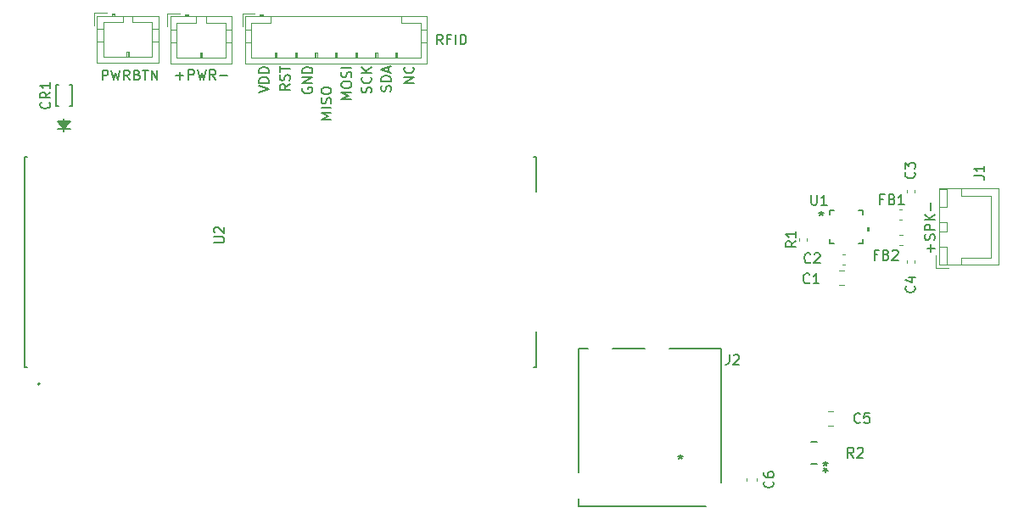
<source format=gbr>
%TF.GenerationSoftware,KiCad,Pcbnew,7.0.11-2.fc38*%
%TF.CreationDate,2024-03-25T20:43:53+00:00*%
%TF.ProjectId,music-box,6d757369-632d-4626-9f78-2e6b69636164,rev?*%
%TF.SameCoordinates,Original*%
%TF.FileFunction,Legend,Top*%
%TF.FilePolarity,Positive*%
%FSLAX46Y46*%
G04 Gerber Fmt 4.6, Leading zero omitted, Abs format (unit mm)*
G04 Created by KiCad (PCBNEW 7.0.11-2.fc38) date 2024-03-25 20:43:53*
%MOMM*%
%LPD*%
G01*
G04 APERTURE LIST*
%ADD10C,0.150000*%
%ADD11C,0.120000*%
%ADD12C,0.152400*%
%ADD13C,0.127000*%
%ADD14C,0.200000*%
G04 APERTURE END LIST*
D10*
X138942200Y-108146077D02*
X138989819Y-108003220D01*
X138989819Y-108003220D02*
X138989819Y-107765125D01*
X138989819Y-107765125D02*
X138942200Y-107669887D01*
X138942200Y-107669887D02*
X138894580Y-107622268D01*
X138894580Y-107622268D02*
X138799342Y-107574649D01*
X138799342Y-107574649D02*
X138704104Y-107574649D01*
X138704104Y-107574649D02*
X138608866Y-107622268D01*
X138608866Y-107622268D02*
X138561247Y-107669887D01*
X138561247Y-107669887D02*
X138513628Y-107765125D01*
X138513628Y-107765125D02*
X138466009Y-107955601D01*
X138466009Y-107955601D02*
X138418390Y-108050839D01*
X138418390Y-108050839D02*
X138370771Y-108098458D01*
X138370771Y-108098458D02*
X138275533Y-108146077D01*
X138275533Y-108146077D02*
X138180295Y-108146077D01*
X138180295Y-108146077D02*
X138085057Y-108098458D01*
X138085057Y-108098458D02*
X138037438Y-108050839D01*
X138037438Y-108050839D02*
X137989819Y-107955601D01*
X137989819Y-107955601D02*
X137989819Y-107717506D01*
X137989819Y-107717506D02*
X138037438Y-107574649D01*
X138989819Y-107146077D02*
X137989819Y-107146077D01*
X137989819Y-107146077D02*
X137989819Y-106907982D01*
X137989819Y-106907982D02*
X138037438Y-106765125D01*
X138037438Y-106765125D02*
X138132676Y-106669887D01*
X138132676Y-106669887D02*
X138227914Y-106622268D01*
X138227914Y-106622268D02*
X138418390Y-106574649D01*
X138418390Y-106574649D02*
X138561247Y-106574649D01*
X138561247Y-106574649D02*
X138751723Y-106622268D01*
X138751723Y-106622268D02*
X138846961Y-106669887D01*
X138846961Y-106669887D02*
X138942200Y-106765125D01*
X138942200Y-106765125D02*
X138989819Y-106907982D01*
X138989819Y-106907982D02*
X138989819Y-107146077D01*
X138704104Y-106193696D02*
X138704104Y-105717506D01*
X138989819Y-106288934D02*
X137989819Y-105955601D01*
X137989819Y-105955601D02*
X138989819Y-105622268D01*
X136982200Y-108288934D02*
X137029819Y-108146077D01*
X137029819Y-108146077D02*
X137029819Y-107907982D01*
X137029819Y-107907982D02*
X136982200Y-107812744D01*
X136982200Y-107812744D02*
X136934580Y-107765125D01*
X136934580Y-107765125D02*
X136839342Y-107717506D01*
X136839342Y-107717506D02*
X136744104Y-107717506D01*
X136744104Y-107717506D02*
X136648866Y-107765125D01*
X136648866Y-107765125D02*
X136601247Y-107812744D01*
X136601247Y-107812744D02*
X136553628Y-107907982D01*
X136553628Y-107907982D02*
X136506009Y-108098458D01*
X136506009Y-108098458D02*
X136458390Y-108193696D01*
X136458390Y-108193696D02*
X136410771Y-108241315D01*
X136410771Y-108241315D02*
X136315533Y-108288934D01*
X136315533Y-108288934D02*
X136220295Y-108288934D01*
X136220295Y-108288934D02*
X136125057Y-108241315D01*
X136125057Y-108241315D02*
X136077438Y-108193696D01*
X136077438Y-108193696D02*
X136029819Y-108098458D01*
X136029819Y-108098458D02*
X136029819Y-107860363D01*
X136029819Y-107860363D02*
X136077438Y-107717506D01*
X136934580Y-106717506D02*
X136982200Y-106765125D01*
X136982200Y-106765125D02*
X137029819Y-106907982D01*
X137029819Y-106907982D02*
X137029819Y-107003220D01*
X137029819Y-107003220D02*
X136982200Y-107146077D01*
X136982200Y-107146077D02*
X136886961Y-107241315D01*
X136886961Y-107241315D02*
X136791723Y-107288934D01*
X136791723Y-107288934D02*
X136601247Y-107336553D01*
X136601247Y-107336553D02*
X136458390Y-107336553D01*
X136458390Y-107336553D02*
X136267914Y-107288934D01*
X136267914Y-107288934D02*
X136172676Y-107241315D01*
X136172676Y-107241315D02*
X136077438Y-107146077D01*
X136077438Y-107146077D02*
X136029819Y-107003220D01*
X136029819Y-107003220D02*
X136029819Y-106907982D01*
X136029819Y-106907982D02*
X136077438Y-106765125D01*
X136077438Y-106765125D02*
X136125057Y-106717506D01*
X137029819Y-106288934D02*
X136029819Y-106288934D01*
X137029819Y-105717506D02*
X136458390Y-106146077D01*
X136029819Y-105717506D02*
X136601247Y-106288934D01*
X141269819Y-107336553D02*
X140269819Y-107336553D01*
X140269819Y-107336553D02*
X141269819Y-106765125D01*
X141269819Y-106765125D02*
X140269819Y-106765125D01*
X141174580Y-105717506D02*
X141222200Y-105765125D01*
X141222200Y-105765125D02*
X141269819Y-105907982D01*
X141269819Y-105907982D02*
X141269819Y-106003220D01*
X141269819Y-106003220D02*
X141222200Y-106146077D01*
X141222200Y-106146077D02*
X141126961Y-106241315D01*
X141126961Y-106241315D02*
X141031723Y-106288934D01*
X141031723Y-106288934D02*
X140841247Y-106336553D01*
X140841247Y-106336553D02*
X140698390Y-106336553D01*
X140698390Y-106336553D02*
X140507914Y-106288934D01*
X140507914Y-106288934D02*
X140412676Y-106241315D01*
X140412676Y-106241315D02*
X140317438Y-106146077D01*
X140317438Y-106146077D02*
X140269819Y-106003220D01*
X140269819Y-106003220D02*
X140269819Y-105907982D01*
X140269819Y-105907982D02*
X140317438Y-105765125D01*
X140317438Y-105765125D02*
X140365057Y-105717506D01*
X125779819Y-108288934D02*
X126779819Y-107955601D01*
X126779819Y-107955601D02*
X125779819Y-107622268D01*
X126779819Y-107288934D02*
X125779819Y-107288934D01*
X125779819Y-107288934D02*
X125779819Y-107050839D01*
X125779819Y-107050839D02*
X125827438Y-106907982D01*
X125827438Y-106907982D02*
X125922676Y-106812744D01*
X125922676Y-106812744D02*
X126017914Y-106765125D01*
X126017914Y-106765125D02*
X126208390Y-106717506D01*
X126208390Y-106717506D02*
X126351247Y-106717506D01*
X126351247Y-106717506D02*
X126541723Y-106765125D01*
X126541723Y-106765125D02*
X126636961Y-106812744D01*
X126636961Y-106812744D02*
X126732200Y-106907982D01*
X126732200Y-106907982D02*
X126779819Y-107050839D01*
X126779819Y-107050839D02*
X126779819Y-107288934D01*
X126779819Y-106288934D02*
X125779819Y-106288934D01*
X125779819Y-106288934D02*
X125779819Y-106050839D01*
X125779819Y-106050839D02*
X125827438Y-105907982D01*
X125827438Y-105907982D02*
X125922676Y-105812744D01*
X125922676Y-105812744D02*
X126017914Y-105765125D01*
X126017914Y-105765125D02*
X126208390Y-105717506D01*
X126208390Y-105717506D02*
X126351247Y-105717506D01*
X126351247Y-105717506D02*
X126541723Y-105765125D01*
X126541723Y-105765125D02*
X126636961Y-105812744D01*
X126636961Y-105812744D02*
X126732200Y-105907982D01*
X126732200Y-105907982D02*
X126779819Y-106050839D01*
X126779819Y-106050839D02*
X126779819Y-106288934D01*
X110166779Y-107019819D02*
X110166779Y-106019819D01*
X110166779Y-106019819D02*
X110547731Y-106019819D01*
X110547731Y-106019819D02*
X110642969Y-106067438D01*
X110642969Y-106067438D02*
X110690588Y-106115057D01*
X110690588Y-106115057D02*
X110738207Y-106210295D01*
X110738207Y-106210295D02*
X110738207Y-106353152D01*
X110738207Y-106353152D02*
X110690588Y-106448390D01*
X110690588Y-106448390D02*
X110642969Y-106496009D01*
X110642969Y-106496009D02*
X110547731Y-106543628D01*
X110547731Y-106543628D02*
X110166779Y-106543628D01*
X111071541Y-106019819D02*
X111309636Y-107019819D01*
X111309636Y-107019819D02*
X111500112Y-106305533D01*
X111500112Y-106305533D02*
X111690588Y-107019819D01*
X111690588Y-107019819D02*
X111928684Y-106019819D01*
X112881064Y-107019819D02*
X112547731Y-106543628D01*
X112309636Y-107019819D02*
X112309636Y-106019819D01*
X112309636Y-106019819D02*
X112690588Y-106019819D01*
X112690588Y-106019819D02*
X112785826Y-106067438D01*
X112785826Y-106067438D02*
X112833445Y-106115057D01*
X112833445Y-106115057D02*
X112881064Y-106210295D01*
X112881064Y-106210295D02*
X112881064Y-106353152D01*
X112881064Y-106353152D02*
X112833445Y-106448390D01*
X112833445Y-106448390D02*
X112785826Y-106496009D01*
X112785826Y-106496009D02*
X112690588Y-106543628D01*
X112690588Y-106543628D02*
X112309636Y-106543628D01*
X113642969Y-106496009D02*
X113785826Y-106543628D01*
X113785826Y-106543628D02*
X113833445Y-106591247D01*
X113833445Y-106591247D02*
X113881064Y-106686485D01*
X113881064Y-106686485D02*
X113881064Y-106829342D01*
X113881064Y-106829342D02*
X113833445Y-106924580D01*
X113833445Y-106924580D02*
X113785826Y-106972200D01*
X113785826Y-106972200D02*
X113690588Y-107019819D01*
X113690588Y-107019819D02*
X113309636Y-107019819D01*
X113309636Y-107019819D02*
X113309636Y-106019819D01*
X113309636Y-106019819D02*
X113642969Y-106019819D01*
X113642969Y-106019819D02*
X113738207Y-106067438D01*
X113738207Y-106067438D02*
X113785826Y-106115057D01*
X113785826Y-106115057D02*
X113833445Y-106210295D01*
X113833445Y-106210295D02*
X113833445Y-106305533D01*
X113833445Y-106305533D02*
X113785826Y-106400771D01*
X113785826Y-106400771D02*
X113738207Y-106448390D01*
X113738207Y-106448390D02*
X113642969Y-106496009D01*
X113642969Y-106496009D02*
X113309636Y-106496009D01*
X114166779Y-106019819D02*
X114738207Y-106019819D01*
X114452493Y-107019819D02*
X114452493Y-106019819D01*
X115071541Y-107019819D02*
X115071541Y-106019819D01*
X115071541Y-106019819D02*
X115642969Y-107019819D01*
X115642969Y-107019819D02*
X115642969Y-106019819D01*
X117516779Y-106608866D02*
X118278684Y-106608866D01*
X117897731Y-106989819D02*
X117897731Y-106227914D01*
X118754874Y-106989819D02*
X118754874Y-105989819D01*
X118754874Y-105989819D02*
X119135826Y-105989819D01*
X119135826Y-105989819D02*
X119231064Y-106037438D01*
X119231064Y-106037438D02*
X119278683Y-106085057D01*
X119278683Y-106085057D02*
X119326302Y-106180295D01*
X119326302Y-106180295D02*
X119326302Y-106323152D01*
X119326302Y-106323152D02*
X119278683Y-106418390D01*
X119278683Y-106418390D02*
X119231064Y-106466009D01*
X119231064Y-106466009D02*
X119135826Y-106513628D01*
X119135826Y-106513628D02*
X118754874Y-106513628D01*
X119659636Y-105989819D02*
X119897731Y-106989819D01*
X119897731Y-106989819D02*
X120088207Y-106275533D01*
X120088207Y-106275533D02*
X120278683Y-106989819D01*
X120278683Y-106989819D02*
X120516779Y-105989819D01*
X121469159Y-106989819D02*
X121135826Y-106513628D01*
X120897731Y-106989819D02*
X120897731Y-105989819D01*
X120897731Y-105989819D02*
X121278683Y-105989819D01*
X121278683Y-105989819D02*
X121373921Y-106037438D01*
X121373921Y-106037438D02*
X121421540Y-106085057D01*
X121421540Y-106085057D02*
X121469159Y-106180295D01*
X121469159Y-106180295D02*
X121469159Y-106323152D01*
X121469159Y-106323152D02*
X121421540Y-106418390D01*
X121421540Y-106418390D02*
X121373921Y-106466009D01*
X121373921Y-106466009D02*
X121278683Y-106513628D01*
X121278683Y-106513628D02*
X120897731Y-106513628D01*
X121897731Y-106608866D02*
X122659636Y-106608866D01*
X192858866Y-124193220D02*
X192858866Y-123431316D01*
X193239819Y-123812268D02*
X192477914Y-123812268D01*
X193192200Y-123002744D02*
X193239819Y-122859887D01*
X193239819Y-122859887D02*
X193239819Y-122621792D01*
X193239819Y-122621792D02*
X193192200Y-122526554D01*
X193192200Y-122526554D02*
X193144580Y-122478935D01*
X193144580Y-122478935D02*
X193049342Y-122431316D01*
X193049342Y-122431316D02*
X192954104Y-122431316D01*
X192954104Y-122431316D02*
X192858866Y-122478935D01*
X192858866Y-122478935D02*
X192811247Y-122526554D01*
X192811247Y-122526554D02*
X192763628Y-122621792D01*
X192763628Y-122621792D02*
X192716009Y-122812268D01*
X192716009Y-122812268D02*
X192668390Y-122907506D01*
X192668390Y-122907506D02*
X192620771Y-122955125D01*
X192620771Y-122955125D02*
X192525533Y-123002744D01*
X192525533Y-123002744D02*
X192430295Y-123002744D01*
X192430295Y-123002744D02*
X192335057Y-122955125D01*
X192335057Y-122955125D02*
X192287438Y-122907506D01*
X192287438Y-122907506D02*
X192239819Y-122812268D01*
X192239819Y-122812268D02*
X192239819Y-122574173D01*
X192239819Y-122574173D02*
X192287438Y-122431316D01*
X193239819Y-122002744D02*
X192239819Y-122002744D01*
X192239819Y-122002744D02*
X192239819Y-121621792D01*
X192239819Y-121621792D02*
X192287438Y-121526554D01*
X192287438Y-121526554D02*
X192335057Y-121478935D01*
X192335057Y-121478935D02*
X192430295Y-121431316D01*
X192430295Y-121431316D02*
X192573152Y-121431316D01*
X192573152Y-121431316D02*
X192668390Y-121478935D01*
X192668390Y-121478935D02*
X192716009Y-121526554D01*
X192716009Y-121526554D02*
X192763628Y-121621792D01*
X192763628Y-121621792D02*
X192763628Y-122002744D01*
X193239819Y-121002744D02*
X192239819Y-121002744D01*
X193239819Y-120431316D02*
X192668390Y-120859887D01*
X192239819Y-120431316D02*
X192811247Y-121002744D01*
X192858866Y-120002744D02*
X192858866Y-119240840D01*
X133009819Y-110943220D02*
X132009819Y-110943220D01*
X132009819Y-110943220D02*
X132724104Y-110609887D01*
X132724104Y-110609887D02*
X132009819Y-110276554D01*
X132009819Y-110276554D02*
X133009819Y-110276554D01*
X133009819Y-109800363D02*
X132009819Y-109800363D01*
X132962200Y-109371792D02*
X133009819Y-109228935D01*
X133009819Y-109228935D02*
X133009819Y-108990840D01*
X133009819Y-108990840D02*
X132962200Y-108895602D01*
X132962200Y-108895602D02*
X132914580Y-108847983D01*
X132914580Y-108847983D02*
X132819342Y-108800364D01*
X132819342Y-108800364D02*
X132724104Y-108800364D01*
X132724104Y-108800364D02*
X132628866Y-108847983D01*
X132628866Y-108847983D02*
X132581247Y-108895602D01*
X132581247Y-108895602D02*
X132533628Y-108990840D01*
X132533628Y-108990840D02*
X132486009Y-109181316D01*
X132486009Y-109181316D02*
X132438390Y-109276554D01*
X132438390Y-109276554D02*
X132390771Y-109324173D01*
X132390771Y-109324173D02*
X132295533Y-109371792D01*
X132295533Y-109371792D02*
X132200295Y-109371792D01*
X132200295Y-109371792D02*
X132105057Y-109324173D01*
X132105057Y-109324173D02*
X132057438Y-109276554D01*
X132057438Y-109276554D02*
X132009819Y-109181316D01*
X132009819Y-109181316D02*
X132009819Y-108943221D01*
X132009819Y-108943221D02*
X132057438Y-108800364D01*
X132009819Y-108181316D02*
X132009819Y-107990840D01*
X132009819Y-107990840D02*
X132057438Y-107895602D01*
X132057438Y-107895602D02*
X132152676Y-107800364D01*
X132152676Y-107800364D02*
X132343152Y-107752745D01*
X132343152Y-107752745D02*
X132676485Y-107752745D01*
X132676485Y-107752745D02*
X132866961Y-107800364D01*
X132866961Y-107800364D02*
X132962200Y-107895602D01*
X132962200Y-107895602D02*
X133009819Y-107990840D01*
X133009819Y-107990840D02*
X133009819Y-108181316D01*
X133009819Y-108181316D02*
X132962200Y-108276554D01*
X132962200Y-108276554D02*
X132866961Y-108371792D01*
X132866961Y-108371792D02*
X132676485Y-108419411D01*
X132676485Y-108419411D02*
X132343152Y-108419411D01*
X132343152Y-108419411D02*
X132152676Y-108371792D01*
X132152676Y-108371792D02*
X132057438Y-108276554D01*
X132057438Y-108276554D02*
X132009819Y-108181316D01*
X135029819Y-108907981D02*
X134029819Y-108907981D01*
X134029819Y-108907981D02*
X134744104Y-108574648D01*
X134744104Y-108574648D02*
X134029819Y-108241315D01*
X134029819Y-108241315D02*
X135029819Y-108241315D01*
X134029819Y-107574648D02*
X134029819Y-107384172D01*
X134029819Y-107384172D02*
X134077438Y-107288934D01*
X134077438Y-107288934D02*
X134172676Y-107193696D01*
X134172676Y-107193696D02*
X134363152Y-107146077D01*
X134363152Y-107146077D02*
X134696485Y-107146077D01*
X134696485Y-107146077D02*
X134886961Y-107193696D01*
X134886961Y-107193696D02*
X134982200Y-107288934D01*
X134982200Y-107288934D02*
X135029819Y-107384172D01*
X135029819Y-107384172D02*
X135029819Y-107574648D01*
X135029819Y-107574648D02*
X134982200Y-107669886D01*
X134982200Y-107669886D02*
X134886961Y-107765124D01*
X134886961Y-107765124D02*
X134696485Y-107812743D01*
X134696485Y-107812743D02*
X134363152Y-107812743D01*
X134363152Y-107812743D02*
X134172676Y-107765124D01*
X134172676Y-107765124D02*
X134077438Y-107669886D01*
X134077438Y-107669886D02*
X134029819Y-107574648D01*
X134982200Y-106765124D02*
X135029819Y-106622267D01*
X135029819Y-106622267D02*
X135029819Y-106384172D01*
X135029819Y-106384172D02*
X134982200Y-106288934D01*
X134982200Y-106288934D02*
X134934580Y-106241315D01*
X134934580Y-106241315D02*
X134839342Y-106193696D01*
X134839342Y-106193696D02*
X134744104Y-106193696D01*
X134744104Y-106193696D02*
X134648866Y-106241315D01*
X134648866Y-106241315D02*
X134601247Y-106288934D01*
X134601247Y-106288934D02*
X134553628Y-106384172D01*
X134553628Y-106384172D02*
X134506009Y-106574648D01*
X134506009Y-106574648D02*
X134458390Y-106669886D01*
X134458390Y-106669886D02*
X134410771Y-106717505D01*
X134410771Y-106717505D02*
X134315533Y-106765124D01*
X134315533Y-106765124D02*
X134220295Y-106765124D01*
X134220295Y-106765124D02*
X134125057Y-106717505D01*
X134125057Y-106717505D02*
X134077438Y-106669886D01*
X134077438Y-106669886D02*
X134029819Y-106574648D01*
X134029819Y-106574648D02*
X134029819Y-106336553D01*
X134029819Y-106336553D02*
X134077438Y-106193696D01*
X135029819Y-105765124D02*
X134029819Y-105765124D01*
X128869819Y-107431792D02*
X128393628Y-107765125D01*
X128869819Y-108003220D02*
X127869819Y-108003220D01*
X127869819Y-108003220D02*
X127869819Y-107622268D01*
X127869819Y-107622268D02*
X127917438Y-107527030D01*
X127917438Y-107527030D02*
X127965057Y-107479411D01*
X127965057Y-107479411D02*
X128060295Y-107431792D01*
X128060295Y-107431792D02*
X128203152Y-107431792D01*
X128203152Y-107431792D02*
X128298390Y-107479411D01*
X128298390Y-107479411D02*
X128346009Y-107527030D01*
X128346009Y-107527030D02*
X128393628Y-107622268D01*
X128393628Y-107622268D02*
X128393628Y-108003220D01*
X128822200Y-107050839D02*
X128869819Y-106907982D01*
X128869819Y-106907982D02*
X128869819Y-106669887D01*
X128869819Y-106669887D02*
X128822200Y-106574649D01*
X128822200Y-106574649D02*
X128774580Y-106527030D01*
X128774580Y-106527030D02*
X128679342Y-106479411D01*
X128679342Y-106479411D02*
X128584104Y-106479411D01*
X128584104Y-106479411D02*
X128488866Y-106527030D01*
X128488866Y-106527030D02*
X128441247Y-106574649D01*
X128441247Y-106574649D02*
X128393628Y-106669887D01*
X128393628Y-106669887D02*
X128346009Y-106860363D01*
X128346009Y-106860363D02*
X128298390Y-106955601D01*
X128298390Y-106955601D02*
X128250771Y-107003220D01*
X128250771Y-107003220D02*
X128155533Y-107050839D01*
X128155533Y-107050839D02*
X128060295Y-107050839D01*
X128060295Y-107050839D02*
X127965057Y-107003220D01*
X127965057Y-107003220D02*
X127917438Y-106955601D01*
X127917438Y-106955601D02*
X127869819Y-106860363D01*
X127869819Y-106860363D02*
X127869819Y-106622268D01*
X127869819Y-106622268D02*
X127917438Y-106479411D01*
X127869819Y-106193696D02*
X127869819Y-105622268D01*
X128869819Y-105907982D02*
X127869819Y-105907982D01*
X144128207Y-103469819D02*
X143794874Y-102993628D01*
X143556779Y-103469819D02*
X143556779Y-102469819D01*
X143556779Y-102469819D02*
X143937731Y-102469819D01*
X143937731Y-102469819D02*
X144032969Y-102517438D01*
X144032969Y-102517438D02*
X144080588Y-102565057D01*
X144080588Y-102565057D02*
X144128207Y-102660295D01*
X144128207Y-102660295D02*
X144128207Y-102803152D01*
X144128207Y-102803152D02*
X144080588Y-102898390D01*
X144080588Y-102898390D02*
X144032969Y-102946009D01*
X144032969Y-102946009D02*
X143937731Y-102993628D01*
X143937731Y-102993628D02*
X143556779Y-102993628D01*
X144890112Y-102946009D02*
X144556779Y-102946009D01*
X144556779Y-103469819D02*
X144556779Y-102469819D01*
X144556779Y-102469819D02*
X145032969Y-102469819D01*
X145413922Y-103469819D02*
X145413922Y-102469819D01*
X145890112Y-103469819D02*
X145890112Y-102469819D01*
X145890112Y-102469819D02*
X146128207Y-102469819D01*
X146128207Y-102469819D02*
X146271064Y-102517438D01*
X146271064Y-102517438D02*
X146366302Y-102612676D01*
X146366302Y-102612676D02*
X146413921Y-102707914D01*
X146413921Y-102707914D02*
X146461540Y-102898390D01*
X146461540Y-102898390D02*
X146461540Y-103041247D01*
X146461540Y-103041247D02*
X146413921Y-103231723D01*
X146413921Y-103231723D02*
X146366302Y-103326961D01*
X146366302Y-103326961D02*
X146271064Y-103422200D01*
X146271064Y-103422200D02*
X146128207Y-103469819D01*
X146128207Y-103469819D02*
X145890112Y-103469819D01*
X130177438Y-107812744D02*
X130129819Y-107907982D01*
X130129819Y-107907982D02*
X130129819Y-108050839D01*
X130129819Y-108050839D02*
X130177438Y-108193696D01*
X130177438Y-108193696D02*
X130272676Y-108288934D01*
X130272676Y-108288934D02*
X130367914Y-108336553D01*
X130367914Y-108336553D02*
X130558390Y-108384172D01*
X130558390Y-108384172D02*
X130701247Y-108384172D01*
X130701247Y-108384172D02*
X130891723Y-108336553D01*
X130891723Y-108336553D02*
X130986961Y-108288934D01*
X130986961Y-108288934D02*
X131082200Y-108193696D01*
X131082200Y-108193696D02*
X131129819Y-108050839D01*
X131129819Y-108050839D02*
X131129819Y-107955601D01*
X131129819Y-107955601D02*
X131082200Y-107812744D01*
X131082200Y-107812744D02*
X131034580Y-107765125D01*
X131034580Y-107765125D02*
X130701247Y-107765125D01*
X130701247Y-107765125D02*
X130701247Y-107955601D01*
X131129819Y-107336553D02*
X130129819Y-107336553D01*
X130129819Y-107336553D02*
X131129819Y-106765125D01*
X131129819Y-106765125D02*
X130129819Y-106765125D01*
X131129819Y-106288934D02*
X130129819Y-106288934D01*
X130129819Y-106288934D02*
X130129819Y-106050839D01*
X130129819Y-106050839D02*
X130177438Y-105907982D01*
X130177438Y-105907982D02*
X130272676Y-105812744D01*
X130272676Y-105812744D02*
X130367914Y-105765125D01*
X130367914Y-105765125D02*
X130558390Y-105717506D01*
X130558390Y-105717506D02*
X130701247Y-105717506D01*
X130701247Y-105717506D02*
X130891723Y-105765125D01*
X130891723Y-105765125D02*
X130986961Y-105812744D01*
X130986961Y-105812744D02*
X131082200Y-105907982D01*
X131082200Y-105907982D02*
X131129819Y-106050839D01*
X131129819Y-106050839D02*
X131129819Y-106288934D01*
X177059580Y-147086666D02*
X177107200Y-147134285D01*
X177107200Y-147134285D02*
X177154819Y-147277142D01*
X177154819Y-147277142D02*
X177154819Y-147372380D01*
X177154819Y-147372380D02*
X177107200Y-147515237D01*
X177107200Y-147515237D02*
X177011961Y-147610475D01*
X177011961Y-147610475D02*
X176916723Y-147658094D01*
X176916723Y-147658094D02*
X176726247Y-147705713D01*
X176726247Y-147705713D02*
X176583390Y-147705713D01*
X176583390Y-147705713D02*
X176392914Y-147658094D01*
X176392914Y-147658094D02*
X176297676Y-147610475D01*
X176297676Y-147610475D02*
X176202438Y-147515237D01*
X176202438Y-147515237D02*
X176154819Y-147372380D01*
X176154819Y-147372380D02*
X176154819Y-147277142D01*
X176154819Y-147277142D02*
X176202438Y-147134285D01*
X176202438Y-147134285D02*
X176250057Y-147086666D01*
X176154819Y-146229523D02*
X176154819Y-146419999D01*
X176154819Y-146419999D02*
X176202438Y-146515237D01*
X176202438Y-146515237D02*
X176250057Y-146562856D01*
X176250057Y-146562856D02*
X176392914Y-146658094D01*
X176392914Y-146658094D02*
X176583390Y-146705713D01*
X176583390Y-146705713D02*
X176964342Y-146705713D01*
X176964342Y-146705713D02*
X177059580Y-146658094D01*
X177059580Y-146658094D02*
X177107200Y-146610475D01*
X177107200Y-146610475D02*
X177154819Y-146515237D01*
X177154819Y-146515237D02*
X177154819Y-146324761D01*
X177154819Y-146324761D02*
X177107200Y-146229523D01*
X177107200Y-146229523D02*
X177059580Y-146181904D01*
X177059580Y-146181904D02*
X176964342Y-146134285D01*
X176964342Y-146134285D02*
X176726247Y-146134285D01*
X176726247Y-146134285D02*
X176631009Y-146181904D01*
X176631009Y-146181904D02*
X176583390Y-146229523D01*
X176583390Y-146229523D02*
X176535771Y-146324761D01*
X176535771Y-146324761D02*
X176535771Y-146515237D01*
X176535771Y-146515237D02*
X176583390Y-146610475D01*
X176583390Y-146610475D02*
X176631009Y-146658094D01*
X176631009Y-146658094D02*
X176726247Y-146705713D01*
X180733333Y-127239580D02*
X180685714Y-127287200D01*
X180685714Y-127287200D02*
X180542857Y-127334819D01*
X180542857Y-127334819D02*
X180447619Y-127334819D01*
X180447619Y-127334819D02*
X180304762Y-127287200D01*
X180304762Y-127287200D02*
X180209524Y-127191961D01*
X180209524Y-127191961D02*
X180161905Y-127096723D01*
X180161905Y-127096723D02*
X180114286Y-126906247D01*
X180114286Y-126906247D02*
X180114286Y-126763390D01*
X180114286Y-126763390D02*
X180161905Y-126572914D01*
X180161905Y-126572914D02*
X180209524Y-126477676D01*
X180209524Y-126477676D02*
X180304762Y-126382438D01*
X180304762Y-126382438D02*
X180447619Y-126334819D01*
X180447619Y-126334819D02*
X180542857Y-126334819D01*
X180542857Y-126334819D02*
X180685714Y-126382438D01*
X180685714Y-126382438D02*
X180733333Y-126430057D01*
X181685714Y-127334819D02*
X181114286Y-127334819D01*
X181400000Y-127334819D02*
X181400000Y-126334819D01*
X181400000Y-126334819D02*
X181304762Y-126477676D01*
X181304762Y-126477676D02*
X181209524Y-126572914D01*
X181209524Y-126572914D02*
X181114286Y-126620533D01*
X185133333Y-144724819D02*
X184800000Y-144248628D01*
X184561905Y-144724819D02*
X184561905Y-143724819D01*
X184561905Y-143724819D02*
X184942857Y-143724819D01*
X184942857Y-143724819D02*
X185038095Y-143772438D01*
X185038095Y-143772438D02*
X185085714Y-143820057D01*
X185085714Y-143820057D02*
X185133333Y-143915295D01*
X185133333Y-143915295D02*
X185133333Y-144058152D01*
X185133333Y-144058152D02*
X185085714Y-144153390D01*
X185085714Y-144153390D02*
X185038095Y-144201009D01*
X185038095Y-144201009D02*
X184942857Y-144248628D01*
X184942857Y-144248628D02*
X184561905Y-144248628D01*
X185514286Y-143820057D02*
X185561905Y-143772438D01*
X185561905Y-143772438D02*
X185657143Y-143724819D01*
X185657143Y-143724819D02*
X185895238Y-143724819D01*
X185895238Y-143724819D02*
X185990476Y-143772438D01*
X185990476Y-143772438D02*
X186038095Y-143820057D01*
X186038095Y-143820057D02*
X186085714Y-143915295D01*
X186085714Y-143915295D02*
X186085714Y-144010533D01*
X186085714Y-144010533D02*
X186038095Y-144153390D01*
X186038095Y-144153390D02*
X185466667Y-144724819D01*
X185466667Y-144724819D02*
X186085714Y-144724819D01*
X182315000Y-145092819D02*
X182315000Y-145330914D01*
X182076905Y-145235676D02*
X182315000Y-145330914D01*
X182315000Y-145330914D02*
X182553095Y-145235676D01*
X182172143Y-145521390D02*
X182315000Y-145330914D01*
X182315000Y-145330914D02*
X182457857Y-145521390D01*
X182314999Y-146183180D02*
X182314999Y-145945085D01*
X182553094Y-146040323D02*
X182314999Y-145945085D01*
X182314999Y-145945085D02*
X182076904Y-146040323D01*
X182457856Y-145754609D02*
X182314999Y-145945085D01*
X182314999Y-145945085D02*
X182172142Y-145754609D01*
X188126666Y-118921009D02*
X187793333Y-118921009D01*
X187793333Y-119444819D02*
X187793333Y-118444819D01*
X187793333Y-118444819D02*
X188269523Y-118444819D01*
X188983809Y-118921009D02*
X189126666Y-118968628D01*
X189126666Y-118968628D02*
X189174285Y-119016247D01*
X189174285Y-119016247D02*
X189221904Y-119111485D01*
X189221904Y-119111485D02*
X189221904Y-119254342D01*
X189221904Y-119254342D02*
X189174285Y-119349580D01*
X189174285Y-119349580D02*
X189126666Y-119397200D01*
X189126666Y-119397200D02*
X189031428Y-119444819D01*
X189031428Y-119444819D02*
X188650476Y-119444819D01*
X188650476Y-119444819D02*
X188650476Y-118444819D01*
X188650476Y-118444819D02*
X188983809Y-118444819D01*
X188983809Y-118444819D02*
X189079047Y-118492438D01*
X189079047Y-118492438D02*
X189126666Y-118540057D01*
X189126666Y-118540057D02*
X189174285Y-118635295D01*
X189174285Y-118635295D02*
X189174285Y-118730533D01*
X189174285Y-118730533D02*
X189126666Y-118825771D01*
X189126666Y-118825771D02*
X189079047Y-118873390D01*
X189079047Y-118873390D02*
X188983809Y-118921009D01*
X188983809Y-118921009D02*
X188650476Y-118921009D01*
X190174285Y-119444819D02*
X189602857Y-119444819D01*
X189888571Y-119444819D02*
X189888571Y-118444819D01*
X189888571Y-118444819D02*
X189793333Y-118587676D01*
X189793333Y-118587676D02*
X189698095Y-118682914D01*
X189698095Y-118682914D02*
X189602857Y-118730533D01*
X197184819Y-116593333D02*
X197899104Y-116593333D01*
X197899104Y-116593333D02*
X198041961Y-116640952D01*
X198041961Y-116640952D02*
X198137200Y-116736190D01*
X198137200Y-116736190D02*
X198184819Y-116879047D01*
X198184819Y-116879047D02*
X198184819Y-116974285D01*
X198184819Y-115593333D02*
X198184819Y-116164761D01*
X198184819Y-115879047D02*
X197184819Y-115879047D01*
X197184819Y-115879047D02*
X197327676Y-115974285D01*
X197327676Y-115974285D02*
X197422914Y-116069523D01*
X197422914Y-116069523D02*
X197470533Y-116164761D01*
X121314819Y-123261904D02*
X122124342Y-123261904D01*
X122124342Y-123261904D02*
X122219580Y-123214285D01*
X122219580Y-123214285D02*
X122267200Y-123166666D01*
X122267200Y-123166666D02*
X122314819Y-123071428D01*
X122314819Y-123071428D02*
X122314819Y-122880952D01*
X122314819Y-122880952D02*
X122267200Y-122785714D01*
X122267200Y-122785714D02*
X122219580Y-122738095D01*
X122219580Y-122738095D02*
X122124342Y-122690476D01*
X122124342Y-122690476D02*
X121314819Y-122690476D01*
X121410057Y-122261904D02*
X121362438Y-122214285D01*
X121362438Y-122214285D02*
X121314819Y-122119047D01*
X121314819Y-122119047D02*
X121314819Y-121880952D01*
X121314819Y-121880952D02*
X121362438Y-121785714D01*
X121362438Y-121785714D02*
X121410057Y-121738095D01*
X121410057Y-121738095D02*
X121505295Y-121690476D01*
X121505295Y-121690476D02*
X121600533Y-121690476D01*
X121600533Y-121690476D02*
X121743390Y-121738095D01*
X121743390Y-121738095D02*
X122314819Y-122309523D01*
X122314819Y-122309523D02*
X122314819Y-121690476D01*
X179384819Y-123106666D02*
X178908628Y-123439999D01*
X179384819Y-123678094D02*
X178384819Y-123678094D01*
X178384819Y-123678094D02*
X178384819Y-123297142D01*
X178384819Y-123297142D02*
X178432438Y-123201904D01*
X178432438Y-123201904D02*
X178480057Y-123154285D01*
X178480057Y-123154285D02*
X178575295Y-123106666D01*
X178575295Y-123106666D02*
X178718152Y-123106666D01*
X178718152Y-123106666D02*
X178813390Y-123154285D01*
X178813390Y-123154285D02*
X178861009Y-123201904D01*
X178861009Y-123201904D02*
X178908628Y-123297142D01*
X178908628Y-123297142D02*
X178908628Y-123678094D01*
X179384819Y-122154285D02*
X179384819Y-122725713D01*
X179384819Y-122439999D02*
X178384819Y-122439999D01*
X178384819Y-122439999D02*
X178527676Y-122535237D01*
X178527676Y-122535237D02*
X178622914Y-122630475D01*
X178622914Y-122630475D02*
X178670533Y-122725713D01*
X104869580Y-109236666D02*
X104917200Y-109284285D01*
X104917200Y-109284285D02*
X104964819Y-109427142D01*
X104964819Y-109427142D02*
X104964819Y-109522380D01*
X104964819Y-109522380D02*
X104917200Y-109665237D01*
X104917200Y-109665237D02*
X104821961Y-109760475D01*
X104821961Y-109760475D02*
X104726723Y-109808094D01*
X104726723Y-109808094D02*
X104536247Y-109855713D01*
X104536247Y-109855713D02*
X104393390Y-109855713D01*
X104393390Y-109855713D02*
X104202914Y-109808094D01*
X104202914Y-109808094D02*
X104107676Y-109760475D01*
X104107676Y-109760475D02*
X104012438Y-109665237D01*
X104012438Y-109665237D02*
X103964819Y-109522380D01*
X103964819Y-109522380D02*
X103964819Y-109427142D01*
X103964819Y-109427142D02*
X104012438Y-109284285D01*
X104012438Y-109284285D02*
X104060057Y-109236666D01*
X104964819Y-108236666D02*
X104488628Y-108569999D01*
X104964819Y-108808094D02*
X103964819Y-108808094D01*
X103964819Y-108808094D02*
X103964819Y-108427142D01*
X103964819Y-108427142D02*
X104012438Y-108331904D01*
X104012438Y-108331904D02*
X104060057Y-108284285D01*
X104060057Y-108284285D02*
X104155295Y-108236666D01*
X104155295Y-108236666D02*
X104298152Y-108236666D01*
X104298152Y-108236666D02*
X104393390Y-108284285D01*
X104393390Y-108284285D02*
X104441009Y-108331904D01*
X104441009Y-108331904D02*
X104488628Y-108427142D01*
X104488628Y-108427142D02*
X104488628Y-108808094D01*
X104964819Y-107284285D02*
X104964819Y-107855713D01*
X104964819Y-107569999D02*
X103964819Y-107569999D01*
X103964819Y-107569999D02*
X104107676Y-107665237D01*
X104107676Y-107665237D02*
X104202914Y-107760475D01*
X104202914Y-107760475D02*
X104250533Y-107855713D01*
X180918095Y-118494819D02*
X180918095Y-119304342D01*
X180918095Y-119304342D02*
X180965714Y-119399580D01*
X180965714Y-119399580D02*
X181013333Y-119447200D01*
X181013333Y-119447200D02*
X181108571Y-119494819D01*
X181108571Y-119494819D02*
X181299047Y-119494819D01*
X181299047Y-119494819D02*
X181394285Y-119447200D01*
X181394285Y-119447200D02*
X181441904Y-119399580D01*
X181441904Y-119399580D02*
X181489523Y-119304342D01*
X181489523Y-119304342D02*
X181489523Y-118494819D01*
X182489523Y-119494819D02*
X181918095Y-119494819D01*
X182203809Y-119494819D02*
X182203809Y-118494819D01*
X182203809Y-118494819D02*
X182108571Y-118637676D01*
X182108571Y-118637676D02*
X182013333Y-118732914D01*
X182013333Y-118732914D02*
X181918095Y-118780533D01*
X181910800Y-120137019D02*
X181910800Y-120375114D01*
X181672705Y-120279876D02*
X181910800Y-120375114D01*
X181910800Y-120375114D02*
X182148895Y-120279876D01*
X181767943Y-120565590D02*
X181910800Y-120375114D01*
X181910800Y-120375114D02*
X182053657Y-120565590D01*
X181910800Y-120137019D02*
X181910800Y-120375114D01*
X181672705Y-120279876D02*
X181910800Y-120375114D01*
X181910800Y-120375114D02*
X182148895Y-120279876D01*
X181767943Y-120565590D02*
X181910800Y-120375114D01*
X181910800Y-120375114D02*
X182053657Y-120565590D01*
X180843333Y-125199580D02*
X180795714Y-125247200D01*
X180795714Y-125247200D02*
X180652857Y-125294819D01*
X180652857Y-125294819D02*
X180557619Y-125294819D01*
X180557619Y-125294819D02*
X180414762Y-125247200D01*
X180414762Y-125247200D02*
X180319524Y-125151961D01*
X180319524Y-125151961D02*
X180271905Y-125056723D01*
X180271905Y-125056723D02*
X180224286Y-124866247D01*
X180224286Y-124866247D02*
X180224286Y-124723390D01*
X180224286Y-124723390D02*
X180271905Y-124532914D01*
X180271905Y-124532914D02*
X180319524Y-124437676D01*
X180319524Y-124437676D02*
X180414762Y-124342438D01*
X180414762Y-124342438D02*
X180557619Y-124294819D01*
X180557619Y-124294819D02*
X180652857Y-124294819D01*
X180652857Y-124294819D02*
X180795714Y-124342438D01*
X180795714Y-124342438D02*
X180843333Y-124390057D01*
X181224286Y-124390057D02*
X181271905Y-124342438D01*
X181271905Y-124342438D02*
X181367143Y-124294819D01*
X181367143Y-124294819D02*
X181605238Y-124294819D01*
X181605238Y-124294819D02*
X181700476Y-124342438D01*
X181700476Y-124342438D02*
X181748095Y-124390057D01*
X181748095Y-124390057D02*
X181795714Y-124485295D01*
X181795714Y-124485295D02*
X181795714Y-124580533D01*
X181795714Y-124580533D02*
X181748095Y-124723390D01*
X181748095Y-124723390D02*
X181176667Y-125294819D01*
X181176667Y-125294819D02*
X181795714Y-125294819D01*
X191209580Y-127596666D02*
X191257200Y-127644285D01*
X191257200Y-127644285D02*
X191304819Y-127787142D01*
X191304819Y-127787142D02*
X191304819Y-127882380D01*
X191304819Y-127882380D02*
X191257200Y-128025237D01*
X191257200Y-128025237D02*
X191161961Y-128120475D01*
X191161961Y-128120475D02*
X191066723Y-128168094D01*
X191066723Y-128168094D02*
X190876247Y-128215713D01*
X190876247Y-128215713D02*
X190733390Y-128215713D01*
X190733390Y-128215713D02*
X190542914Y-128168094D01*
X190542914Y-128168094D02*
X190447676Y-128120475D01*
X190447676Y-128120475D02*
X190352438Y-128025237D01*
X190352438Y-128025237D02*
X190304819Y-127882380D01*
X190304819Y-127882380D02*
X190304819Y-127787142D01*
X190304819Y-127787142D02*
X190352438Y-127644285D01*
X190352438Y-127644285D02*
X190400057Y-127596666D01*
X190638152Y-126739523D02*
X191304819Y-126739523D01*
X190257200Y-126977618D02*
X190971485Y-127215713D01*
X190971485Y-127215713D02*
X190971485Y-126596666D01*
X185793333Y-141169580D02*
X185745714Y-141217200D01*
X185745714Y-141217200D02*
X185602857Y-141264819D01*
X185602857Y-141264819D02*
X185507619Y-141264819D01*
X185507619Y-141264819D02*
X185364762Y-141217200D01*
X185364762Y-141217200D02*
X185269524Y-141121961D01*
X185269524Y-141121961D02*
X185221905Y-141026723D01*
X185221905Y-141026723D02*
X185174286Y-140836247D01*
X185174286Y-140836247D02*
X185174286Y-140693390D01*
X185174286Y-140693390D02*
X185221905Y-140502914D01*
X185221905Y-140502914D02*
X185269524Y-140407676D01*
X185269524Y-140407676D02*
X185364762Y-140312438D01*
X185364762Y-140312438D02*
X185507619Y-140264819D01*
X185507619Y-140264819D02*
X185602857Y-140264819D01*
X185602857Y-140264819D02*
X185745714Y-140312438D01*
X185745714Y-140312438D02*
X185793333Y-140360057D01*
X186698095Y-140264819D02*
X186221905Y-140264819D01*
X186221905Y-140264819D02*
X186174286Y-140741009D01*
X186174286Y-140741009D02*
X186221905Y-140693390D01*
X186221905Y-140693390D02*
X186317143Y-140645771D01*
X186317143Y-140645771D02*
X186555238Y-140645771D01*
X186555238Y-140645771D02*
X186650476Y-140693390D01*
X186650476Y-140693390D02*
X186698095Y-140741009D01*
X186698095Y-140741009D02*
X186745714Y-140836247D01*
X186745714Y-140836247D02*
X186745714Y-141074342D01*
X186745714Y-141074342D02*
X186698095Y-141169580D01*
X186698095Y-141169580D02*
X186650476Y-141217200D01*
X186650476Y-141217200D02*
X186555238Y-141264819D01*
X186555238Y-141264819D02*
X186317143Y-141264819D01*
X186317143Y-141264819D02*
X186221905Y-141217200D01*
X186221905Y-141217200D02*
X186174286Y-141169580D01*
X187536666Y-124461009D02*
X187203333Y-124461009D01*
X187203333Y-124984819D02*
X187203333Y-123984819D01*
X187203333Y-123984819D02*
X187679523Y-123984819D01*
X188393809Y-124461009D02*
X188536666Y-124508628D01*
X188536666Y-124508628D02*
X188584285Y-124556247D01*
X188584285Y-124556247D02*
X188631904Y-124651485D01*
X188631904Y-124651485D02*
X188631904Y-124794342D01*
X188631904Y-124794342D02*
X188584285Y-124889580D01*
X188584285Y-124889580D02*
X188536666Y-124937200D01*
X188536666Y-124937200D02*
X188441428Y-124984819D01*
X188441428Y-124984819D02*
X188060476Y-124984819D01*
X188060476Y-124984819D02*
X188060476Y-123984819D01*
X188060476Y-123984819D02*
X188393809Y-123984819D01*
X188393809Y-123984819D02*
X188489047Y-124032438D01*
X188489047Y-124032438D02*
X188536666Y-124080057D01*
X188536666Y-124080057D02*
X188584285Y-124175295D01*
X188584285Y-124175295D02*
X188584285Y-124270533D01*
X188584285Y-124270533D02*
X188536666Y-124365771D01*
X188536666Y-124365771D02*
X188489047Y-124413390D01*
X188489047Y-124413390D02*
X188393809Y-124461009D01*
X188393809Y-124461009D02*
X188060476Y-124461009D01*
X189012857Y-124080057D02*
X189060476Y-124032438D01*
X189060476Y-124032438D02*
X189155714Y-123984819D01*
X189155714Y-123984819D02*
X189393809Y-123984819D01*
X189393809Y-123984819D02*
X189489047Y-124032438D01*
X189489047Y-124032438D02*
X189536666Y-124080057D01*
X189536666Y-124080057D02*
X189584285Y-124175295D01*
X189584285Y-124175295D02*
X189584285Y-124270533D01*
X189584285Y-124270533D02*
X189536666Y-124413390D01*
X189536666Y-124413390D02*
X188965238Y-124984819D01*
X188965238Y-124984819D02*
X189584285Y-124984819D01*
X191189580Y-116226666D02*
X191237200Y-116274285D01*
X191237200Y-116274285D02*
X191284819Y-116417142D01*
X191284819Y-116417142D02*
X191284819Y-116512380D01*
X191284819Y-116512380D02*
X191237200Y-116655237D01*
X191237200Y-116655237D02*
X191141961Y-116750475D01*
X191141961Y-116750475D02*
X191046723Y-116798094D01*
X191046723Y-116798094D02*
X190856247Y-116845713D01*
X190856247Y-116845713D02*
X190713390Y-116845713D01*
X190713390Y-116845713D02*
X190522914Y-116798094D01*
X190522914Y-116798094D02*
X190427676Y-116750475D01*
X190427676Y-116750475D02*
X190332438Y-116655237D01*
X190332438Y-116655237D02*
X190284819Y-116512380D01*
X190284819Y-116512380D02*
X190284819Y-116417142D01*
X190284819Y-116417142D02*
X190332438Y-116274285D01*
X190332438Y-116274285D02*
X190380057Y-116226666D01*
X190284819Y-115893332D02*
X190284819Y-115274285D01*
X190284819Y-115274285D02*
X190665771Y-115607618D01*
X190665771Y-115607618D02*
X190665771Y-115464761D01*
X190665771Y-115464761D02*
X190713390Y-115369523D01*
X190713390Y-115369523D02*
X190761009Y-115321904D01*
X190761009Y-115321904D02*
X190856247Y-115274285D01*
X190856247Y-115274285D02*
X191094342Y-115274285D01*
X191094342Y-115274285D02*
X191189580Y-115321904D01*
X191189580Y-115321904D02*
X191237200Y-115369523D01*
X191237200Y-115369523D02*
X191284819Y-115464761D01*
X191284819Y-115464761D02*
X191284819Y-115750475D01*
X191284819Y-115750475D02*
X191237200Y-115845713D01*
X191237200Y-115845713D02*
X191189580Y-115893332D01*
X172736666Y-134424819D02*
X172736666Y-135139104D01*
X172736666Y-135139104D02*
X172689047Y-135281961D01*
X172689047Y-135281961D02*
X172593809Y-135377200D01*
X172593809Y-135377200D02*
X172450952Y-135424819D01*
X172450952Y-135424819D02*
X172355714Y-135424819D01*
X173165238Y-134520057D02*
X173212857Y-134472438D01*
X173212857Y-134472438D02*
X173308095Y-134424819D01*
X173308095Y-134424819D02*
X173546190Y-134424819D01*
X173546190Y-134424819D02*
X173641428Y-134472438D01*
X173641428Y-134472438D02*
X173689047Y-134520057D01*
X173689047Y-134520057D02*
X173736666Y-134615295D01*
X173736666Y-134615295D02*
X173736666Y-134710533D01*
X173736666Y-134710533D02*
X173689047Y-134853390D01*
X173689047Y-134853390D02*
X173117619Y-135424819D01*
X173117619Y-135424819D02*
X173736666Y-135424819D01*
X167848002Y-144445220D02*
X167848002Y-144683315D01*
X167609907Y-144588077D02*
X167848002Y-144683315D01*
X167848002Y-144683315D02*
X168086097Y-144588077D01*
X167705145Y-144873791D02*
X167848002Y-144683315D01*
X167848002Y-144683315D02*
X167990859Y-144873791D01*
X167848002Y-144445220D02*
X167848002Y-144683315D01*
X167609907Y-144588077D02*
X167848002Y-144683315D01*
X167848002Y-144683315D02*
X168086097Y-144588077D01*
X167705145Y-144873791D02*
X167848002Y-144683315D01*
X167848002Y-144683315D02*
X167990859Y-144873791D01*
D11*
%TO.C,C6*%
X174480000Y-147070580D02*
X174480000Y-146789420D01*
X175500000Y-147070580D02*
X175500000Y-146789420D01*
%TO.C,C1*%
X184211252Y-127515000D02*
X183688748Y-127515000D01*
X184211252Y-126045000D02*
X183688748Y-126045000D01*
D12*
%TO.C,R2*%
X181473050Y-145357000D02*
X180886950Y-145357000D01*
X181473050Y-143103000D02*
X180886950Y-143103000D01*
D11*
%TO.C,FB1*%
X189659721Y-119980000D02*
X189985279Y-119980000D01*
X189659721Y-121000000D02*
X189985279Y-121000000D01*
%TO.C,J1*%
X193370000Y-125780000D02*
X194620000Y-125780000D01*
X193660000Y-125490000D02*
X199630000Y-125490000D01*
X199630000Y-125490000D02*
X199630000Y-117870000D01*
X193670000Y-125480000D02*
X194420000Y-125480000D01*
X194420000Y-125480000D02*
X194420000Y-123680000D01*
X195920000Y-125480000D02*
X195920000Y-124730000D01*
X195920000Y-124730000D02*
X198870000Y-124730000D01*
X198870000Y-124730000D02*
X198870000Y-121680000D01*
X193370000Y-124530000D02*
X193370000Y-125780000D01*
X193670000Y-123680000D02*
X193670000Y-125480000D01*
X194420000Y-123680000D02*
X193670000Y-123680000D01*
X193670000Y-122180000D02*
X194420000Y-122180000D01*
X194420000Y-122180000D02*
X194420000Y-121180000D01*
X193670000Y-121180000D02*
X193670000Y-122180000D01*
X194420000Y-121180000D02*
X193670000Y-121180000D01*
X193670000Y-119680000D02*
X194420000Y-119680000D01*
X194420000Y-119680000D02*
X194420000Y-117880000D01*
X195920000Y-118630000D02*
X198870000Y-118630000D01*
X198870000Y-118630000D02*
X198870000Y-121680000D01*
X193670000Y-117880000D02*
X193670000Y-119680000D01*
X194420000Y-117880000D02*
X193670000Y-117880000D01*
X195920000Y-117880000D02*
X195920000Y-118630000D01*
X193660000Y-117870000D02*
X193660000Y-125490000D01*
X199630000Y-117870000D02*
X193660000Y-117870000D01*
D13*
%TO.C,U2*%
X102450000Y-135657500D02*
X102450000Y-114657500D01*
X102700000Y-135657500D02*
X102450000Y-135657500D01*
X153450000Y-135657500D02*
X153200000Y-135657500D01*
X153450000Y-132157500D02*
X153450000Y-135657500D01*
X102450000Y-114657500D02*
X102700000Y-114657500D01*
X153450000Y-114657500D02*
X153450000Y-118157500D01*
X153450000Y-114657500D02*
X153200000Y-114657500D01*
D14*
X103920000Y-137347500D02*
G75*
G03*
X103720000Y-137347500I-100000J0D01*
G01*
X103720000Y-137347500D02*
G75*
G03*
X103920000Y-137347500I100000J0D01*
G01*
D11*
%TO.C,R1*%
X179720000Y-123093641D02*
X179720000Y-122786359D01*
X180480000Y-123093641D02*
X180480000Y-122786359D01*
D12*
%TO.C,CR1*%
X105695000Y-111900450D02*
X106965000Y-111900450D01*
X106330000Y-111900450D02*
X105695000Y-111138450D01*
X106330000Y-111900450D02*
X105822000Y-111138450D01*
X106330000Y-111900450D02*
X105949000Y-111138450D01*
X106330000Y-111900450D02*
X106076000Y-111138450D01*
X106330000Y-111900450D02*
X106203000Y-111138450D01*
X106330000Y-111900450D02*
X106457000Y-111138450D01*
X106330000Y-111900450D02*
X106584000Y-111138450D01*
X106330000Y-111900450D02*
X106711000Y-111138450D01*
X106330000Y-111900450D02*
X106838000Y-111138450D01*
X106330000Y-111900450D02*
X106965000Y-111138450D01*
X105695000Y-111138450D02*
X106965000Y-111138450D01*
X106330000Y-110884450D02*
X106330000Y-112154450D01*
X105529900Y-109576350D02*
X105768660Y-109576350D01*
X106891340Y-109576350D02*
X107130100Y-109576350D01*
X107130100Y-109576350D02*
X107130100Y-107518950D01*
X105529900Y-107518950D02*
X105529900Y-109576350D01*
X105768660Y-107518950D02*
X105529900Y-107518950D01*
X107130100Y-107518950D02*
X106891340Y-107518950D01*
%TO.C,U1*%
X182723600Y-120005800D02*
X182723600Y-120472459D01*
X182723600Y-122891941D02*
X182723600Y-123358600D01*
X182723600Y-123358600D02*
X183190259Y-123358600D01*
X183190259Y-120005800D02*
X182723600Y-120005800D01*
X185609741Y-123358600D02*
X186076400Y-123358600D01*
X186076400Y-120005800D02*
X185609741Y-120005800D01*
X186076400Y-120472459D02*
X186076400Y-120005800D01*
X186076400Y-123358600D02*
X186076400Y-122891941D01*
G36*
X186762200Y-122122700D02*
G01*
X186508200Y-122122700D01*
X186508200Y-121741699D01*
X186762200Y-121741699D01*
X186762200Y-122122700D01*
G37*
D11*
%TO.C,C2*%
X184305580Y-125410000D02*
X184024420Y-125410000D01*
X184305580Y-124390000D02*
X184024420Y-124390000D01*
%TO.C,C4*%
X191190000Y-125062164D02*
X191190000Y-125277836D01*
X190470000Y-125062164D02*
X190470000Y-125277836D01*
%TO.C,C5*%
X182598748Y-140085000D02*
X183121252Y-140085000D01*
X182598748Y-141555000D02*
X183121252Y-141555000D01*
%TO.C,J3*%
X116660000Y-100370000D02*
X116660000Y-101620000D01*
X116960000Y-100670000D02*
X116960000Y-105390000D01*
X116960000Y-101980000D02*
X117570000Y-101980000D01*
X116960000Y-103280000D02*
X117570000Y-103280000D01*
X116960000Y-105390000D02*
X123080000Y-105390000D01*
X117570000Y-101280000D02*
X117570000Y-104780000D01*
X117570000Y-104780000D02*
X122470000Y-104780000D01*
X117910000Y-100370000D02*
X116660000Y-100370000D01*
X118420000Y-100470000D02*
X118420000Y-100670000D01*
X118720000Y-100470000D02*
X118420000Y-100470000D01*
X118720000Y-100570000D02*
X118420000Y-100570000D01*
X118720000Y-100670000D02*
X118720000Y-100470000D01*
X119520000Y-100670000D02*
X119520000Y-101280000D01*
X119520000Y-101280000D02*
X117570000Y-101280000D01*
X119920000Y-104280000D02*
X120120000Y-104280000D01*
X119920000Y-104780000D02*
X119920000Y-104280000D01*
X120020000Y-104780000D02*
X120020000Y-104280000D01*
X120120000Y-104280000D02*
X120120000Y-104780000D01*
X120520000Y-101280000D02*
X120520000Y-100670000D01*
X122470000Y-101280000D02*
X120520000Y-101280000D01*
X122470000Y-104780000D02*
X122470000Y-101280000D01*
X123080000Y-100670000D02*
X116960000Y-100670000D01*
X123080000Y-101980000D02*
X122470000Y-101980000D01*
X123080000Y-103280000D02*
X122470000Y-103280000D01*
X123080000Y-105390000D02*
X123080000Y-100670000D01*
%TO.C,J4*%
X109340000Y-100300000D02*
X109340000Y-101550000D01*
X109640000Y-100600000D02*
X109640000Y-105320000D01*
X109640000Y-101910000D02*
X110250000Y-101910000D01*
X109640000Y-103210000D02*
X110250000Y-103210000D01*
X109640000Y-105320000D02*
X115760000Y-105320000D01*
X110250000Y-101210000D02*
X110250000Y-104710000D01*
X110250000Y-104710000D02*
X115150000Y-104710000D01*
X110590000Y-100300000D02*
X109340000Y-100300000D01*
X111100000Y-100400000D02*
X111100000Y-100600000D01*
X111400000Y-100400000D02*
X111100000Y-100400000D01*
X111400000Y-100500000D02*
X111100000Y-100500000D01*
X111400000Y-100600000D02*
X111400000Y-100400000D01*
X112200000Y-100600000D02*
X112200000Y-101210000D01*
X112200000Y-101210000D02*
X110250000Y-101210000D01*
X112600000Y-104210000D02*
X112800000Y-104210000D01*
X112600000Y-104710000D02*
X112600000Y-104210000D01*
X112700000Y-104710000D02*
X112700000Y-104210000D01*
X112800000Y-104210000D02*
X112800000Y-104710000D01*
X113200000Y-101210000D02*
X113200000Y-100600000D01*
X115150000Y-101210000D02*
X113200000Y-101210000D01*
X115150000Y-104710000D02*
X115150000Y-101210000D01*
X115760000Y-100600000D02*
X109640000Y-100600000D01*
X115760000Y-101910000D02*
X115150000Y-101910000D01*
X115760000Y-103210000D02*
X115150000Y-103210000D01*
X115760000Y-105320000D02*
X115760000Y-100600000D01*
%TO.C,FB2*%
X189679721Y-122460000D02*
X190005279Y-122460000D01*
X189679721Y-123480000D02*
X190005279Y-123480000D01*
%TO.C,J5*%
X124130000Y-100370000D02*
X124130000Y-101620000D01*
X124430000Y-100670000D02*
X124430000Y-105390000D01*
X124430000Y-101980000D02*
X125040000Y-101980000D01*
X124430000Y-103280000D02*
X125040000Y-103280000D01*
X124430000Y-105390000D02*
X142550000Y-105390000D01*
X125040000Y-101280000D02*
X125040000Y-104780000D01*
X125040000Y-104780000D02*
X141940000Y-104780000D01*
X125380000Y-100370000D02*
X124130000Y-100370000D01*
X125890000Y-100470000D02*
X125890000Y-100670000D01*
X126190000Y-100470000D02*
X125890000Y-100470000D01*
X126190000Y-100570000D02*
X125890000Y-100570000D01*
X126190000Y-100670000D02*
X126190000Y-100470000D01*
X126990000Y-100670000D02*
X126990000Y-101280000D01*
X126990000Y-101280000D02*
X125040000Y-101280000D01*
X127390000Y-104280000D02*
X127590000Y-104280000D01*
X127390000Y-104780000D02*
X127390000Y-104280000D01*
X127490000Y-104780000D02*
X127490000Y-104280000D01*
X127590000Y-104280000D02*
X127590000Y-104780000D01*
X129390000Y-104280000D02*
X129590000Y-104280000D01*
X129390000Y-104780000D02*
X129390000Y-104280000D01*
X129490000Y-104780000D02*
X129490000Y-104280000D01*
X129590000Y-104280000D02*
X129590000Y-104780000D01*
X131390000Y-104280000D02*
X131590000Y-104280000D01*
X131390000Y-104780000D02*
X131390000Y-104280000D01*
X131490000Y-104780000D02*
X131490000Y-104280000D01*
X131590000Y-104280000D02*
X131590000Y-104780000D01*
X133390000Y-104280000D02*
X133590000Y-104280000D01*
X133390000Y-104780000D02*
X133390000Y-104280000D01*
X133490000Y-104780000D02*
X133490000Y-104280000D01*
X133590000Y-104280000D02*
X133590000Y-104780000D01*
X135390000Y-104280000D02*
X135590000Y-104280000D01*
X135390000Y-104780000D02*
X135390000Y-104280000D01*
X135490000Y-104780000D02*
X135490000Y-104280000D01*
X135590000Y-104280000D02*
X135590000Y-104780000D01*
X137390000Y-104280000D02*
X137590000Y-104280000D01*
X137390000Y-104780000D02*
X137390000Y-104280000D01*
X137490000Y-104780000D02*
X137490000Y-104280000D01*
X137590000Y-104280000D02*
X137590000Y-104780000D01*
X139390000Y-104280000D02*
X139590000Y-104280000D01*
X139390000Y-104780000D02*
X139390000Y-104280000D01*
X139490000Y-104780000D02*
X139490000Y-104280000D01*
X139590000Y-104280000D02*
X139590000Y-104780000D01*
X139990000Y-101280000D02*
X139990000Y-100670000D01*
X141940000Y-101280000D02*
X139990000Y-101280000D01*
X141940000Y-104780000D02*
X141940000Y-101280000D01*
X142550000Y-100670000D02*
X124430000Y-100670000D01*
X142550000Y-101980000D02*
X141940000Y-101980000D01*
X142550000Y-103280000D02*
X141940000Y-103280000D01*
X142550000Y-105390000D02*
X142550000Y-100670000D01*
%TO.C,C3*%
X191200000Y-118012164D02*
X191200000Y-118227836D01*
X190480000Y-118012164D02*
X190480000Y-118227836D01*
D12*
%TO.C,J2*%
X157675302Y-133839801D02*
X157675302Y-146231562D01*
X157675302Y-148802042D02*
X157675302Y-149537001D01*
X157675302Y-149537001D02*
X170375724Y-149537001D01*
X158615562Y-133839801D02*
X157675302Y-133839801D01*
X164315563Y-133839801D02*
X161084442Y-133839801D01*
X171924702Y-133839801D02*
X166784443Y-133839801D01*
X171924702Y-147231562D02*
X171924702Y-133839801D01*
%TD*%
M02*

</source>
